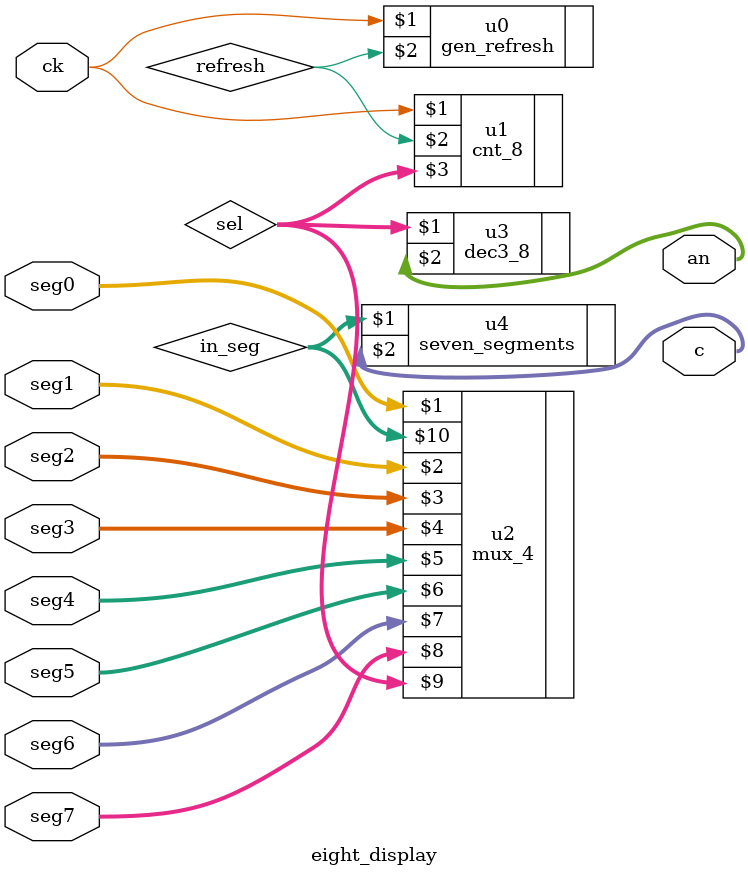
<source format=v>
`timescale 1ns/1ps

module eight_display(
    input ck,
    input [3:0] seg0, seg1, seg2, seg3, seg4, seg5, seg6, seg7,
    output [7:0] an,
    output [6:0] c
);
    wire refresh;
    wire [2:0] sel;
    wire [3:0] in_seg;
    

    gen_refresh u0(ck, refresh);
    cnt_8 u1(ck, refresh, sel);
    mux_4 u2(seg0, seg1, seg2, seg3, seg4, seg5, seg6, seg7, sel, in_seg);
    dec3_8 u3(sel, an);
    seven_segments u4(in_seg, c);

endmodule
</source>
